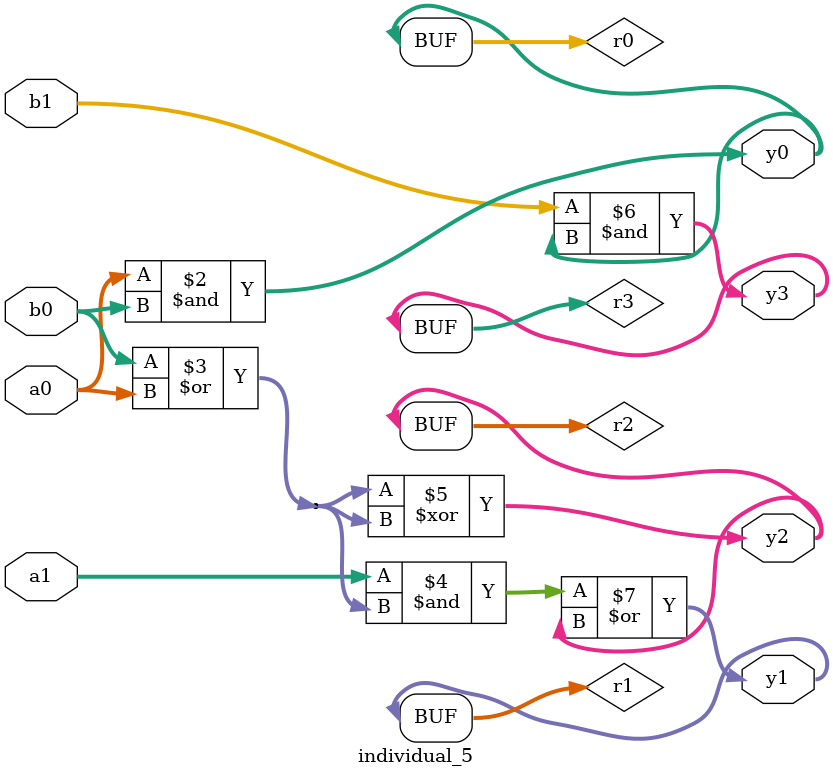
<source format=sv>
module individual_5(input logic [15:0] a1, input logic [15:0] a0, input logic [15:0] b1, input logic [15:0] b0, output logic [15:0] y3, output logic [15:0] y2, output logic [15:0] y1, output logic [15:0] y0);
logic [15:0] r0, r1, r2, r3; 
 always@(*) begin 
	 r0 = a0; r1 = a1; r2 = b0; r3 = b1; 
 	 r0  &=  r2 ;
 	 r2  |=  a0 ;
 	 r1  &=  r2 ;
 	 r2  ^=  r2 ;
 	 r3  &=  r0 ;
 	 r1  |=  r2 ;
 	 y3 = r3; y2 = r2; y1 = r1; y0 = r0; 
end
endmodule
</source>
